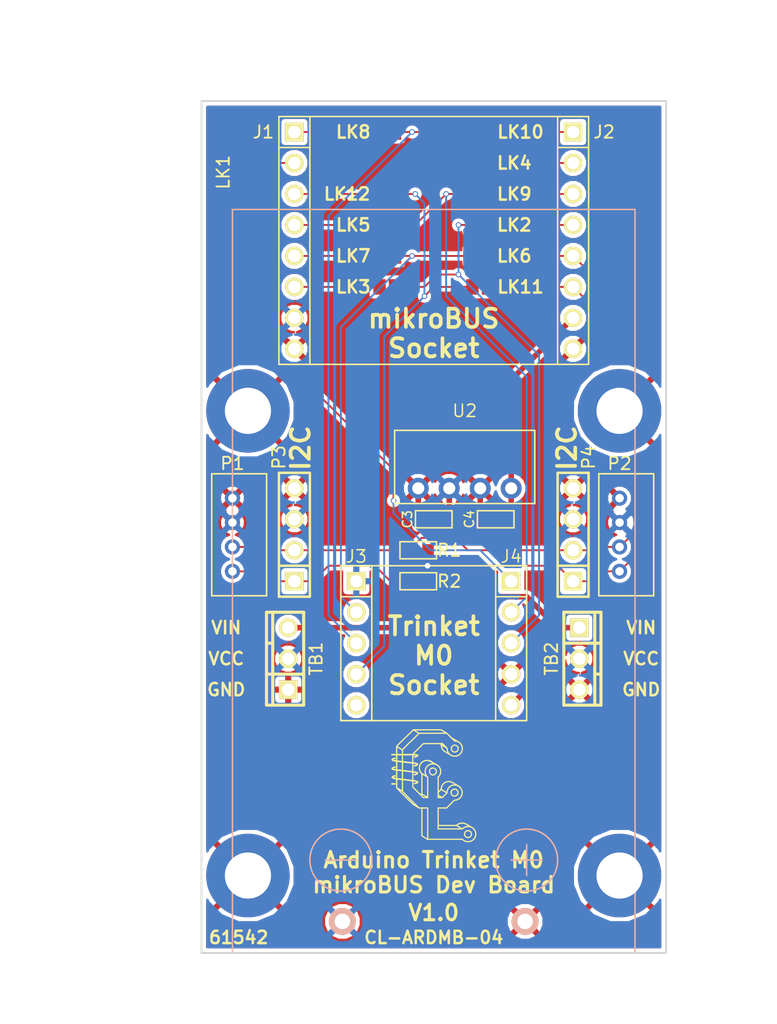
<source format=kicad_pcb>
(kicad_pcb (version 4) (host pcbnew 4.0.4-stable)
  (layers (0 F.Cu signal) (31 B.Cu signal) (34 B.Paste user) (35 F.Paste user) (36 B.SilkS user) (37 F.SilkS user) (38 B.Mask user) (39 F.Mask user) (44 Edge.Cuts user))
  (net 0 "")
  (net 1 GND)
  (net 2 MOSI)
  (net 3 SCK)
  (net 4 MISO)
  (net 5 mikroBUS_RST)
  (net 6 SDA)
  (net 7 5.0V)
  (net 8 SCL)
  (net 9 RXD)
  (net 10 D2)
  (net 11 D4)
  (net 12 TXD)
  (net 13 VIN)
  (net 14 3V3)
  (net 15 D3)
  (net 16 AN)
  (net 17 D0)
  (net 18 INT)
  (net 19 D1)
  (net 20 RST)
  (net 21 PWM)
  (net 22 CS)
  (module Battery:Keystone_2462_2AA (layer B.Cu) (at 80.01 71.12 270)
    (fp_text reference B2 hide)
    (fp_text value 2xAA)
    (pad 1 thru_hole circle (at 27.8892 7.493 270) (size 2.2225 2.2225) (drill 1.27) (layers *.Cu *.Mask B.SilkS) (net 14 3V3))
    (pad 2 thru_hole circle (at 27.8892 -7.493 270) (size 2.2225 2.2225) (drill 1.27) (layers *.Cu *.Mask B.SilkS) (net 1 GND))
  )
  (module Terminal_Block:TB_100MIL_1R3P_PTH (layer F.Cu) (at 91.948 77.47 270)
    (fp_text reference TB2 (at 0 2.286 450) (layer F.SilkS) (effects (font (size 1.016 1.016) (thickness 0.1524))))
    (fp_text value OSTVN_1x3 hide)
    (pad 1 thru_hole rect (at -2.54 0 270) (size 1.524 1.524) (drill 1.016) (layers *.Cu *.Mask F.SilkS) (net 13 VIN))
    (pad 2 thru_hole circle (at 0 0 270) (size 1.524 1.524) (drill 1.016) (layers *.Cu *.Mask F.SilkS) (net 14 3V3))
    (pad 3 thru_hole circle (at 2.54 0 270) (size 1.524 1.524) (drill 1.016) (layers *.Cu *.Mask F.SilkS) (net 1 GND))
  )
  (module Header:HEADER_M_2.54MM_1R4P_ST_AU_PTH (layer F.Cu) (at 91.44 67.31 90)
    (fp_text reference P4 (at 6.35 1.27 90) (layer F.SilkS) (effects (font (size 1.016 1.016) (thickness 0.1524))))
    (fp_text value HEADER_M_2.54MM_1R4P_ST_AU_PTH hide)
    (pad 4 thru_hole circle (at 3.81 0 90) (size 1.524 1.524) (drill 1.016) (layers *.Cu *.Mask F.SilkS) (net 1 GND))
    (pad 3 thru_hole circle (at 1.27 0 90) (size 1.524 1.524) (drill 1.016) (layers *.Cu *.Mask F.SilkS) (net 14 3V3))
    (pad 2 thru_hole circle (at -1.27 0 90) (size 1.524 1.524) (drill 1.016) (layers *.Cu *.Mask F.SilkS) (net 6 SDA))
    (pad 1 thru_hole rect (at -3.81 0 90) (size 1.524 1.524) (drill 1.016) (layers *.Cu *.Mask F.SilkS) (net 8 SCL))
  )
  (module Connector:PH_2.0_PTH (layer F.Cu) (at 95.25 67.31 90)
    (fp_text reference P2 (at 5.842 0 180) (layer F.SilkS) (effects (font (size 1.016 1.016) (thickness 0.1524))))
    (fp_text value HEADER_M_2.54MM_1R4P_ST_AU_PTH hide)
    (pad 3 thru_hole circle (at 1 0 90) (size 1.25 1.25) (drill 0.7) (layers *.Cu *.Mask) (net 14 3V3))
    (pad 2 thru_hole circle (at -1 0 90) (size 1.25 1.25) (drill 0.7) (layers *.Cu *.Mask) (net 6 SDA))
    (pad 1 thru_hole circle (at -3 0 90) (size 1.25 1.25) (drill 0.7) (layers *.Cu *.Mask) (net 8 SCL))
    (pad 4 thru_hole circle (at 3 0 90) (size 1.25 1.25) (drill 0.7) (layers *.Cu *.Mask) (net 1 GND))
  )
  (module Header:HEADER_F_2.54MM_1R8P_ST_AU_PTH (layer F.Cu) (at 91.44 43.18 270)
    (fp_text reference J2 (at -8.89 -2.54 360) (layer F.SilkS) (effects (font (size 1.016 1.016) (thickness 0.1524))))
    (fp_text value HEADER_F_2.54MM_1R8P_ST_AU_PTH hide)
    (pad 6 thru_hole circle (at 3.81 0 270) (size 1.524 1.524) (drill 1.016) (layers *.Cu *.Mask F.SilkS) (net 6 SDA))
    (pad 7 thru_hole circle (at 6.35 0 270) (size 1.524 1.524) (drill 1.016) (layers *.Cu *.Mask F.SilkS) (net 7 5.0V))
    (pad 8 thru_hole circle (at 8.89 0 270) (size 1.524 1.524) (drill 1.016) (layers *.Cu *.Mask F.SilkS) (net 1 GND))
    (pad 4 thru_hole circle (at -1.27 0 270) (size 1.524 1.524) (drill 1.016) (layers *.Cu *.Mask F.SilkS) (net 12 TXD))
    (pad 5 thru_hole circle (at 1.27 0 270) (size 1.524 1.524) (drill 1.016) (layers *.Cu *.Mask F.SilkS) (net 8 SCL))
    (pad 3 thru_hole circle (at -3.81 0 270) (size 1.524 1.524) (drill 1.016) (layers *.Cu *.Mask F.SilkS) (net 9 RXD))
    (pad 2 thru_hole circle (at -6.35 0 270) (size 1.524 1.524) (drill 1.016) (layers *.Cu *.Mask F.SilkS) (net 18 INT))
    (pad 1 thru_hole rect (at -8.89 0 270) (size 1.524 1.524) (drill 1.016) (layers *.Cu *.Mask F.SilkS) (net 21 PWM))
  )
  (module Header:HEADER_F_2.54MM_1R8P_ST_AU_PTH (layer F.Cu) (at 68.58 43.18 270)
    (fp_text reference J1 (at -8.89 2.54 360) (layer F.SilkS) (effects (font (size 1.016 1.016) (thickness 0.1524))))
    (fp_text value HEADER_F_2.54MM_1R8P_ST_AU_PTH hide)
    (pad 6 thru_hole circle (at 3.81 0 270) (size 1.524 1.524) (drill 1.016) (layers *.Cu *.Mask F.SilkS) (net 2 MOSI))
    (pad 7 thru_hole circle (at 6.35 0 270) (size 1.524 1.524) (drill 1.016) (layers *.Cu *.Mask F.SilkS) (net 14 3V3))
    (pad 8 thru_hole circle (at 8.89 0 270) (size 1.524 1.524) (drill 1.016) (layers *.Cu *.Mask F.SilkS) (net 1 GND))
    (pad 4 thru_hole circle (at -1.27 0 270) (size 1.524 1.524) (drill 1.016) (layers *.Cu *.Mask F.SilkS) (net 3 SCK))
    (pad 5 thru_hole circle (at 1.27 0 270) (size 1.524 1.524) (drill 1.016) (layers *.Cu *.Mask F.SilkS) (net 4 MISO))
    (pad 3 thru_hole circle (at -3.81 0 270) (size 1.524 1.524) (drill 1.016) (layers *.Cu *.Mask F.SilkS) (net 22 CS))
    (pad 2 thru_hole circle (at -6.35 0 270) (size 1.524 1.524) (drill 1.016) (layers *.Cu *.Mask F.SilkS) (net 5 mikroBUS_RST))
    (pad 1 thru_hole rect (at -8.89 0 270) (size 1.524 1.524) (drill 1.016) (layers *.Cu *.Mask F.SilkS) (net 16 AN))
  )
  (module Terminal_Block:TB_100MIL_1R3P_PTH (layer F.Cu) (at 68.072 77.47 90)
    (fp_text reference TB1 (at 0 2.286 270) (layer F.SilkS) (effects (font (size 1.016 1.016) (thickness 0.1524))))
    (fp_text value OSTVN_1x3 hide)
    (pad 1 thru_hole rect (at -2.54 0 90) (size 1.524 1.524) (drill 1.016) (layers *.Cu *.Mask F.SilkS) (net 1 GND))
    (pad 2 thru_hole circle (at 0 0 90) (size 1.524 1.524) (drill 1.016) (layers *.Cu *.Mask F.SilkS) (net 14 3V3))
    (pad 3 thru_hole circle (at 2.54 0 90) (size 1.524 1.524) (drill 1.016) (layers *.Cu *.Mask F.SilkS) (net 13 VIN))
  )
  (module Header:HEADER_M_2.54MM_1R4P_ST_AU_PTH (layer F.Cu) (at 68.58 67.31 90)
    (fp_text reference P3 (at 6.35 -1.27 90) (layer F.SilkS) (effects (font (size 1.016 1.016) (thickness 0.1524))))
    (fp_text value HEADER_M_2.54MM_1R4P_ST_AU_PTH hide)
    (pad 4 thru_hole circle (at 3.81 0 90) (size 1.524 1.524) (drill 1.016) (layers *.Cu *.Mask F.SilkS) (net 1 GND))
    (pad 3 thru_hole circle (at 1.27 0 90) (size 1.524 1.524) (drill 1.016) (layers *.Cu *.Mask F.SilkS) (net 14 3V3))
    (pad 2 thru_hole circle (at -1.27 0 90) (size 1.524 1.524) (drill 1.016) (layers *.Cu *.Mask F.SilkS) (net 6 SDA))
    (pad 1 thru_hole rect (at -3.81 0 90) (size 1.524 1.524) (drill 1.016) (layers *.Cu *.Mask F.SilkS) (net 8 SCL))
  )
  (module Connector:PH_2.0_PTH (layer F.Cu) (at 63.5 67.31 90)
    (fp_text reference P1 (at 5.842 0 180) (layer F.SilkS) (effects (font (size 1.016 1.016) (thickness 0.1524))))
    (fp_text value HEADER_M_2.54MM_1R4P_ST_AU_PTH hide)
    (pad 3 thru_hole circle (at 1 0 90) (size 1.25 1.25) (drill 0.7) (layers *.Cu *.Mask) (net 14 3V3))
    (pad 2 thru_hole circle (at -1 0 90) (size 1.25 1.25) (drill 0.7) (layers *.Cu *.Mask) (net 6 SDA))
    (pad 1 thru_hole circle (at -3 0 90) (size 1.25 1.25) (drill 0.7) (layers *.Cu *.Mask) (net 8 SCL))
    (pad 4 thru_hole circle (at 3 0 90) (size 1.25 1.25) (drill 0.7) (layers *.Cu *.Mask) (net 1 GND))
  )
  (module Passive:SOLDER_LINK_NO (layer F.Cu) (at 64.262 37.592 180)
    (fp_text reference LK1 (at 1.524 0 450) (layer F.SilkS) (effects (font (size 1.016 1.016) (thickness 0.1524))))
    (fp_text value N.O.)
    (pad 1 smd rect (at 0 -0.635 180) (size 1.27 1.016) (layers F.Cu F.Mask) (net 20 RST))
    (pad 2 smd rect (at 0 0.635 180) (size 1.27 1.016) (layers F.Cu F.Mask) (net 5 mikroBUS_RST))
  )
  (module Passive:R0603 (layer F.Cu) (at 78.74 68.58 180)
    (fp_text reference R1 (at -2.54 0 180) (layer F.SilkS) (effects (font (size 1.016 1.016) (thickness 0.1524))))
    (fp_text value 4.7k)
    (pad 1 smd rect (at -0.8 0 180) (size 0.95 1) (layers F.Cu F.Paste F.Mask) (net 14 3V3))
    (pad 2 smd rect (at 0.8 0 180) (size 0.95 1) (layers F.Cu F.Paste F.Mask) (net 6 SDA))
  )
  (module Passive:R0603 (layer F.Cu) (at 78.74 71.12 180)
    (fp_text reference R2 (at -2.54 0 180) (layer F.SilkS) (effects (font (size 1.016 1.016) (thickness 0.1524))))
    (fp_text value 4.7k)
    (pad 1 smd rect (at -0.8 0 180) (size 0.95 1) (layers F.Cu F.Paste F.Mask) (net 14 3V3))
    (pad 2 smd rect (at 0.8 0 180) (size 0.95 1) (layers F.Cu F.Paste F.Mask) (net 8 SCL))
  )
  (module Logo:Casco_Logix_Logo_7x7MM (layer F.Cu) (at 80.01 87.884)
    (fp_text reference G1 hide)
    (fp_text value Casco_Logix_Logo hide)
  )
  (module FIDUCIAL:FIDUCIAL (layer F.Cu) (at 96.52 88.9)
    (fp_text reference M1 hide)
    (fp_text value FID hide)
    (pad ~ smd circle (at 0 0 270) (size 1.27 1.27) (layers F.Cu F.Mask) (clearance 0.635))
  )
  (module FIDUCIAL:FIDUCIAL (layer F.Cu) (at 96.52 44.45)
    (fp_text reference M2 hide)
    (fp_text value FID hide)
    (pad ~ smd circle (at 0 0 270) (size 1.27 1.27) (layers F.Cu F.Mask) (clearance 0.635))
  )
  (module FIDUCIAL:FIDUCIAL (layer F.Cu) (at 63.5 44.45)
    (fp_text reference M3 hide)
    (fp_text value FID hide)
    (pad ~ smd circle (at 0 0 270) (size 1.27 1.27) (layers F.Cu F.Mask) (clearance 0.635))
  )
  (module Fastener:MH_#6 (layer F.Cu) (at 64.77 57.15)
    (fp_text reference MH1 hide)
    (fp_text value MTG_HOLE)
    (pad ~ thru_hole circle (at 0 0) (size 6.858 6.858) (drill 3.7846) (layers *.Cu *.Mask) (net 1 GND))
  )
  (module Fastener:MH_#6 (layer F.Cu) (at 95.25 57.15)
    (fp_text reference MH2 hide)
    (fp_text value MTG_HOLE)
    (pad ~ thru_hole circle (at 0 0) (size 6.858 6.858) (drill 3.7846) (layers *.Cu *.Mask) (net 1 GND))
  )
  (module Fastener:MH_#6 (layer F.Cu) (at 64.77 95.25)
    (fp_text reference MH3 hide)
    (fp_text value MTG_HOLE)
    (pad ~ thru_hole circle (at 0 0) (size 6.858 6.858) (drill 3.7846) (layers *.Cu *.Mask) (net 1 GND))
  )
  (module Fastener:MH_#6 (layer F.Cu) (at 95.25 95.25)
    (fp_text reference MH4 hide)
    (fp_text value MTG_HOLE)
    (pad ~ thru_hole circle (at 0 0) (size 6.858 6.858) (drill 3.7846) (layers *.Cu *.Mask) (net 1 GND))
  )
  (module Passive:0603 (layer F.Cu) (at 85.09 66.04 180)
    (fp_text reference C4 (at 2.159 0 450) (layer F.SilkS) (effects (font (size 0.762 0.762) (thickness 0.127))))
    (fp_text value 1uF)
    (pad 1 smd rect (at -0.8 0 180) (size 0.95 1) (layers F.Cu F.Paste F.Mask) (net 7 5.0V))
    (pad 2 smd rect (at 0.8 0 180) (size 0.95 1) (layers F.Cu F.Paste F.Mask) (net 1 GND))
  )
  (module Power_Supply:Recom_ROE-3.305S (layer F.Cu) (at 82.55 63.5)
    (fp_text reference U2 (at 0 -6.35) (layer F.SilkS) (effects (font (size 1.016 1.016) (thickness 0.127))))
    (fp_text value Recom_DC_DC_Conv)
    (pad 1 thru_hole circle (at -3.81 0) (size 1.7272 1.7272) (drill 0.9906) (layers *.Cu *.Mask) (net 1 GND))
    (pad 2 thru_hole circle (at -1.27 0) (size 1.7272 1.7272) (drill 0.9906) (layers *.Cu *.Mask) (net 14 3V3))
    (pad 3 thru_hole circle (at 1.27 0) (size 1.7272 1.7272) (drill 0.9906) (layers *.Cu *.Mask) (net 1 GND))
    (pad 4 thru_hole circle (at 3.81 0) (size 1.7272 1.7272) (drill 0.9906) (layers *.Cu *.Mask) (net 7 5.0V))
  )
  (module Header:HEADER_F_2.54MM_1R5P_ST_AU_PTH (layer F.Cu) (at 73.66 76.2 270)
    (fp_text reference J3 (at -7.112 0 360) (layer F.SilkS) (effects (font (size 1.016 1.016) (thickness 0.127))))
    (fp_text value HEADER_F_2.54MM_1R5P_ST_AU_PTH)
    (pad 5 thru_hole circle (at 5.08 0 270) (size 1.524 1.524) (drill 1.016) (layers *.Cu *.Mask F.SilkS))
    (pad 4 thru_hole circle (at 2.54 0 270) (size 1.524 1.524) (drill 1.016) (layers *.Cu *.Mask F.SilkS) (net 17 D0))
    (pad 3 thru_hole circle (at 0 0 270) (size 1.524 1.524) (drill 1.016) (layers *.Cu *.Mask F.SilkS) (net 19 D1))
    (pad 2 thru_hole circle (at -2.54 0 270) (size 1.524 1.524) (drill 1.016) (layers *.Cu *.Mask F.SilkS) (net 10 D2))
    (pad 1 thru_hole rect (at -5.08 0 270) (size 1.524 1.524) (drill 1.016) (layers *.Cu *.Mask F.SilkS) (net 14 3V3))
  )
  (module Header:HEADER_F_2.54MM_1R5P_ST_AU_PTH (layer F.Cu) (at 86.36 76.2 270)
    (fp_text reference J4 (at -7.112 0 360) (layer F.SilkS) (effects (font (size 1.016 1.016) (thickness 0.127))))
    (fp_text value HEADER_F_2.54MM_1R5P_ST_AU_PTH)
    (pad 5 thru_hole circle (at 5.08 0 270) (size 1.524 1.524) (drill 1.016) (layers *.Cu *.Mask F.SilkS) (net 13 VIN))
    (pad 4 thru_hole circle (at 2.54 0 270) (size 1.524 1.524) (drill 1.016) (layers *.Cu *.Mask F.SilkS) (net 1 GND))
    (pad 3 thru_hole circle (at 0 0 270) (size 1.524 1.524) (drill 1.016) (layers *.Cu *.Mask F.SilkS) (net 11 D4))
    (pad 2 thru_hole circle (at -2.54 0 270) (size 1.524 1.524) (drill 1.016) (layers *.Cu *.Mask F.SilkS) (net 15 D3))
    (pad 1 thru_hole rect (at -5.08 0 270) (size 1.524 1.524) (drill 1.016) (layers *.Cu *.Mask F.SilkS) (net 20 RST))
  )
  (module Passive:SOLDER_LINK_NO (layer F.Cu) (at 83.82 41.91 270)
    (fp_text reference LK2 (at 0 -2.794 360) (layer F.SilkS) (effects (font (size 1.016 1.016) (thickness 0.2032))))
    (fp_text value TXD)
    (pad 1 smd rect (at 0 -0.635 270) (size 1.27 1.016) (layers F.Cu F.Mask) (net 12 TXD))
    (pad 2 smd rect (at 0 0.635 270) (size 1.27 1.016) (layers F.Cu F.Mask) (net 11 D4))
  )
  (module Passive:SOLDER_LINK_NO (layer F.Cu) (at 76.2 46.99 90)
    (fp_text reference LK3 (at 0 -2.794 180) (layer F.SilkS) (effects (font (size 1.016 1.016) (thickness 0.2032))))
    (fp_text value MOSI)
    (pad 1 smd rect (at 0 -0.635 90) (size 1.27 1.016) (layers F.Cu F.Mask) (net 2 MOSI))
    (pad 2 smd rect (at 0 0.635 90) (size 1.27 1.016) (layers F.Cu F.Mask) (net 11 D4))
  )
  (module Passive:SOLDER_LINK_NO (layer F.Cu) (at 83.82 39.37 270)
    (fp_text reference LK4 (at -2.54 -2.794 360) (layer F.SilkS) (effects (font (size 1.016 1.016) (thickness 0.2032))))
    (fp_text value RXD)
    (pad 1 smd rect (at 0 -0.635 270) (size 1.27 1.016) (layers F.Cu F.Mask) (net 9 RXD))
    (pad 2 smd rect (at 0 0.635 270) (size 1.27 1.016) (layers F.Cu F.Mask) (net 15 D3))
  )
  (module Passive:SOLDER_LINK_NO (layer F.Cu) (at 76.2 41.91 90)
    (fp_text reference LK5 (at 0 -2.794 180) (layer F.SilkS) (effects (font (size 1.016 1.016) (thickness 0.2032))))
    (fp_text value SCK)
    (pad 1 smd rect (at 0 -0.635 90) (size 1.27 1.016) (layers F.Cu F.Mask) (net 3 SCK))
    (pad 2 smd rect (at 0 0.635 90) (size 1.27 1.016) (layers F.Cu F.Mask) (net 15 D3))
  )
  (module Passive:SOLDER_LINK_NO (layer F.Cu) (at 83.82 44.45 270)
    (fp_text reference LK6 (at 0 -2.794 360) (layer F.SilkS) (effects (font (size 1.016 1.016) (thickness 0.2032))))
    (fp_text value SCL)
    (pad 1 smd rect (at 0 -0.635 270) (size 1.27 1.016) (layers F.Cu F.Mask) (net 8 SCL))
    (pad 2 smd rect (at 0 0.635 270) (size 1.27 1.016) (layers F.Cu F.Mask) (net 10 D2))
  )
  (module Passive:SOLDER_LINK_NO (layer F.Cu) (at 76.2 44.45 90)
    (fp_text reference LK7 (at 0 -2.794 180) (layer F.SilkS) (effects (font (size 1.016 1.016) (thickness 0.2032))))
    (fp_text value MISO)
    (pad 1 smd rect (at 0 -0.635 90) (size 1.27 1.016) (layers F.Cu F.Mask) (net 4 MISO))
    (pad 2 smd rect (at 0 0.635 90) (size 1.27 1.016) (layers F.Cu F.Mask) (net 10 D2))
  )
  (module Passive:SOLDER_LINK_NO (layer F.Cu) (at 76.2 34.29 90)
    (fp_text reference LK8 (at 0 -2.794 180) (layer F.SilkS) (effects (font (size 1.016 1.016) (thickness 0.2032))))
    (fp_text value AN)
    (pad 1 smd rect (at 0 -0.635 90) (size 1.27 1.016) (layers F.Cu F.Mask) (net 16 AN))
    (pad 2 smd rect (at 0 0.635 90) (size 1.27 1.016) (layers F.Cu F.Mask) (net 19 D1))
  )
  (module Passive:SOLDER_LINK_NO (layer F.Cu) (at 83.82 36.83 270)
    (fp_text reference LK9 (at 2.54 -2.794 360) (layer F.SilkS) (effects (font (size 1.016 1.016) (thickness 0.2032))))
    (fp_text value INT)
    (pad 1 smd rect (at 0 -0.635 270) (size 1.27 1.016) (layers F.Cu F.Mask) (net 18 INT))
    (pad 2 smd rect (at 0 0.635 270) (size 1.27 1.016) (layers F.Cu F.Mask) (net 19 D1))
  )
  (module Passive:SOLDER_LINK_NO (layer F.Cu) (at 83.82 34.29 270)
    (fp_text reference LK10 (at 0 -3.302 360) (layer F.SilkS) (effects (font (size 1.016 1.016) (thickness 0.2032))))
    (fp_text value PWM)
    (pad 1 smd rect (at 0 -0.635 270) (size 1.27 1.016) (layers F.Cu F.Mask) (net 21 PWM))
    (pad 2 smd rect (at 0 0.635 270) (size 1.27 1.016) (layers F.Cu F.Mask) (net 19 D1))
  )
  (module Passive:0603 (layer F.Cu) (at 80.01 66.04 180)
    (fp_text reference C3 (at 2.159 0 450) (layer F.SilkS) (effects (font (size 0.762 0.762) (thickness 0.127))))
    (fp_text value 1uF)
    (pad 1 smd rect (at -0.8 0 180) (size 0.95 1) (layers F.Cu F.Paste F.Mask) (net 14 3V3))
    (pad 2 smd rect (at 0.8 0 180) (size 0.95 1) (layers F.Cu F.Paste F.Mask) (net 1 GND))
  )
  (module Passive:SOLDER_LINK_NO (layer F.Cu) (at 83.82 46.99 270)
    (fp_text reference LK11 (at 0 -3.302 360) (layer F.SilkS) (effects (font (size 1.016 1.016) (thickness 0.2032))))
    (fp_text value SCL)
    (pad 1 smd rect (at 0 -0.635 270) (size 1.27 1.016) (layers F.Cu F.Mask) (net 6 SDA))
    (pad 2 smd rect (at 0 0.635 270) (size 1.27 1.016) (layers F.Cu F.Mask) (net 17 D0))
  )
  (module Passive:SOLDER_LINK_NO (layer F.Cu) (at 76.2 39.37 90)
    (fp_text reference LK12 (at 0 -3.302 180) (layer F.SilkS) (effects (font (size 1.016 1.016) (thickness 0.2032))))
    (fp_text value MISO)
    (pad 1 smd rect (at 0 -0.635 90) (size 1.27 1.016) (layers F.Cu F.Mask) (net 22 CS))
    (pad 2 smd rect (at 0 0.635 90) (size 1.27 1.016) (layers F.Cu F.Mask) (net 17 D0))
  )
  (gr_line (start 72.39 82.55) (end 87.63 82.55) (angle 90) (layer F.SilkS) (width 0.127))
  (gr_text CL-ARDMB-04 (at 80.01 100.33) (layer F.SilkS) (effects (font (size 1.016 1.016) (thickness 0.2032))))
  (gr_text "Arduino Trinket M0\nmikroBUS Dev Board" (at 80.01 94.996) (layer F.SilkS) (effects (font (size 1.27 1.27) (thickness 0.254))))
  (gr_line (start 67.31 53.34) (end 92.71 53.34) (angle 90) (layer F.SilkS) (width 0.127))
  (gr_line (start 72.39 69.85) (end 87.63 69.85) (angle 90) (layer F.SilkS) (width 0.127))
  (gr_text 61542 (at 64.008 100.33) (layer F.SilkS) (effects (font (size 1.016 1.016) (thickness 0.2032))))
  (gr_text V1.0 (at 80.01 98.298) (layer F.SilkS) (effects (font (size 1.27 1.27) (thickness 0.254))))
  (gr_text VIN (at 97.028 74.93) (layer F.SilkS) (effects (font (size 1.016 1.016) (thickness 0.2032))))
  (gr_text VCC (at 97.028 77.47) (layer F.SilkS) (effects (font (size 1.016 1.016) (thickness 0.2032))))
  (gr_text GND (at 97.028 80.01) (layer F.SilkS) (effects (font (size 1.016 1.016) (thickness 0.2032))))
  (gr_text GND (at 62.992 80.01) (layer F.SilkS) (effects (font (size 1.016 1.016) (thickness 0.2032))))
  (gr_text VCC (at 62.992 77.47) (layer F.SilkS) (effects (font (size 1.016 1.016) (thickness 0.2032))))
  (gr_text VIN (at 62.992 74.93) (layer F.SilkS) (effects (font (size 1.016 1.016) (thickness 0.2032))))
  (gr_line (start 67.31 33.02) (end 92.71 33.02) (angle 90) (layer F.SilkS) (width 0.127))
  (gr_line (start 60.96 101.6) (end 99.06 101.6) (angle 90) (layer Edge.Cuts) (width 0.15))
  (gr_text I2C (at 69.088 60.198 90) (layer F.SilkS) (effects (font (size 1.5 1.5) (thickness 0.3))))
  (gr_text I2C (at 90.932 60.198 90) (layer F.SilkS) (effects (font (size 1.5 1.5) (thickness 0.3))))
  (gr_line (start 99.06 31.75) (end 99.06 101.6) (angle 90) (layer Edge.Cuts) (width 0.15))
  (gr_line (start 60.96 31.75) (end 99.06 31.75) (angle 90) (layer Edge.Cuts) (width 0.15))
  (gr_line (start 60.96 31.75) (end 60.96 101.6) (angle 90) (layer Edge.Cuts) (width 0.15))
  (gr_text "Trinket\nM0\nSocket" (at 80.01 77.216) (layer F.SilkS) (effects (font (size 1.5 1.5) (thickness 0.3))))
  (gr_text "mikroBUS\nSocket" (at 80.01 50.8) (layer F.SilkS) (effects (font (size 1.5 1.5) (thickness 0.3))))
  (segment (start 83.82 63.5) (end 83.82 65.57) (width 0.4572) (layer F.Cu) (net 1))
  (segment (start 83.82 65.57) (end 84.29 66.04) (width 0.4572) (layer F.Cu) (net 1))
  (segment (start 78.74 63.5) (end 78.74 65.57) (width 0.4572) (layer F.Cu) (net 1))
  (segment (start 78.74 65.57) (end 79.21 66.04) (width 0.4572) (layer F.Cu) (net 1))
  (segment (start 68.58 46.99) (end 75.565 46.99) (width 0.1524) (layer F.Cu) (net 2))
  (segment (start 68.58 41.91) (end 75.565 41.91) (width 0.1524) (layer F.Cu) (net 3))
  (segment (start 75.565 44.45) (end 68.58 44.45) (width 0.1524) (layer F.Cu) (net 4))
  (segment (start 68.58 36.83) (end 64.389 36.83) (width 0.1524) (layer F.Cu) (net 5))
  (segment (start 64.389 36.83) (end 64.262 36.957) (width 0.1524) (layer F.Cu) (net 5))
  (segment (start 84.455 46.99) (end 91.44 46.99) (width 0.1524) (layer F.Cu) (net 6))
  (segment (start 74.93 68.58) (end 75.692 68.58) (width 0.1524) (layer F.Cu) (net 6))
  (segment (start 90.17 55.118) (end 93.218 52.07) (width 0.1524) (layer F.Cu) (net 6))
  (segment (start 96.52 67.056) (end 96.52 63.754) (width 0.1524) (layer F.Cu) (net 6))
  (segment (start 96.52 63.754) (end 95.25 62.484) (width 0.1524) (layer F.Cu) (net 6))
  (segment (start 95.25 62.484) (end 93.218 62.484) (width 0.1524) (layer F.Cu) (net 6))
  (segment (start 93.218 62.484) (end 90.17 59.436) (width 0.1524) (layer F.Cu) (net 6))
  (segment (start 90.17 59.436) (end 90.17 55.118) (width 0.1524) (layer F.Cu) (net 6))
  (segment (start 95.266 68.31) (end 96.52 67.056) (width 0.1524) (layer F.Cu) (net 6))
  (segment (start 95.25 68.31) (end 95.266 68.31) (width 0.1524) (layer F.Cu) (net 6))
  (segment (start 91.44 68.58) (end 93.472 68.58) (width 0.1524) (layer F.Cu) (net 6))
  (segment (start 93.742 68.31) (end 95.25 68.31) (width 0.1524) (layer F.Cu) (net 6))
  (segment (start 93.472 68.58) (end 93.742 68.31) (width 0.1524) (layer F.Cu) (net 6))
  (segment (start 77.94 68.58) (end 77.978 68.58) (width 0.1524) (layer F.Cu) (net 6))
  (segment (start 77.978 68.58) (end 78.994 67.564) (width 0.1524) (layer F.Cu) (net 6))
  (segment (start 82.804 68.58) (end 91.44 68.58) (width 0.1524) (layer F.Cu) (net 6))
  (segment (start 81.788 67.564) (end 82.804 68.58) (width 0.1524) (layer F.Cu) (net 6))
  (segment (start 78.994 67.564) (end 81.788 67.564) (width 0.1524) (layer F.Cu) (net 6))
  (segment (start 75.692 68.58) (end 77.94 68.58) (width 0.1524) (layer F.Cu) (net 6))
  (segment (start 68.58 68.58) (end 74.93 68.58) (width 0.1524) (layer F.Cu) (net 6))
  (segment (start 63.5 68.31) (end 65.77 68.31) (width 0.1524) (layer F.Cu) (net 6))
  (segment (start 66.04 68.58) (end 68.58 68.58) (width 0.1524) (layer F.Cu) (net 6))
  (segment (start 65.77 68.31) (end 66.04 68.58) (width 0.1524) (layer F.Cu) (net 6))
  (segment (start 93.218 48.768) (end 91.44 46.99) (width 0.1524) (layer F.Cu) (net 6))
  (segment (start 93.218 52.07) (end 93.218 48.768) (width 0.1524) (layer F.Cu) (net 6))
  (segment (start 86.36 63.5) (end 86.36 65.57) (width 0.4572) (layer F.Cu) (net 7))
  (segment (start 86.36 65.57) (end 85.89 66.04) (width 0.4572) (layer F.Cu) (net 7))
  (segment (start 86.36 63.5) (end 86.36 54.61) (width 0.4572) (layer F.Cu) (net 7))
  (segment (start 86.36 54.61) (end 91.44 49.53) (width 0.4572) (layer F.Cu) (net 7))
  (segment (start 84.455 44.45) (end 91.44 44.45) (width 0.1524) (layer F.Cu) (net 8))
  (segment (start 82.804 71.12) (end 84.074 69.85) (width 0.1524) (layer F.Cu) (net 8))
  (segment (start 82.804 71.12) (end 81.788 72.136) (width 0.1524) (layer F.Cu) (net 8))
  (segment (start 81.788 72.136) (end 78.956 72.136) (width 0.1524) (layer F.Cu) (net 8))
  (segment (start 77.94 71.12) (end 78.956 72.136) (width 0.1524) (layer F.Cu) (net 8))
  (segment (start 90.17 69.85) (end 91.44 71.12) (width 0.1524) (layer F.Cu) (net 8))
  (segment (start 84.074 69.85) (end 90.17 69.85) (width 0.1524) (layer F.Cu) (net 8))
  (segment (start 68.58 71.12) (end 70.104 71.12) (width 0.1524) (layer F.Cu) (net 8))
  (segment (start 75.184 69.85) (end 76.454 71.12) (width 0.1524) (layer F.Cu) (net 8))
  (segment (start 71.374 69.85) (end 75.184 69.85) (width 0.1524) (layer F.Cu) (net 8))
  (segment (start 70.104 71.12) (end 71.374 69.85) (width 0.1524) (layer F.Cu) (net 8))
  (segment (start 91.44 44.45) (end 93.98 46.99) (width 0.1524) (layer F.Cu) (net 8))
  (segment (start 97.282 68.278) (end 95.25 70.31) (width 0.1524) (layer F.Cu) (net 8))
  (segment (start 97.282 63.5) (end 97.282 68.278) (width 0.1524) (layer F.Cu) (net 8))
  (segment (start 95.504 61.722) (end 97.282 63.5) (width 0.1524) (layer F.Cu) (net 8))
  (segment (start 93.472 61.722) (end 95.504 61.722) (width 0.1524) (layer F.Cu) (net 8))
  (segment (start 90.932 59.182) (end 93.472 61.722) (width 0.1524) (layer F.Cu) (net 8))
  (segment (start 90.932 55.372) (end 90.932 59.182) (width 0.1524) (layer F.Cu) (net 8))
  (segment (start 93.98 52.324) (end 90.932 55.372) (width 0.1524) (layer F.Cu) (net 8))
  (segment (start 93.98 46.99) (end 93.98 52.324) (width 0.1524) (layer F.Cu) (net 8))
  (segment (start 95.25 70.31) (end 94.028 70.31) (width 0.1524) (layer F.Cu) (net 8))
  (segment (start 94.028 70.31) (end 93.218 71.12) (width 0.1524) (layer F.Cu) (net 8))
  (segment (start 93.218 71.12) (end 91.44 71.12) (width 0.1524) (layer F.Cu) (net 8))
  (segment (start 76.454 71.12) (end 77.94 71.12) (width 0.1524) (layer F.Cu) (net 8))
  (segment (start 63.5 70.31) (end 65.484 70.31) (width 0.1524) (layer F.Cu) (net 8))
  (segment (start 66.294 71.12) (end 68.58 71.12) (width 0.1524) (layer F.Cu) (net 8))
  (segment (start 65.484 70.31) (end 66.294 71.12) (width 0.1524) (layer F.Cu) (net 8))
  (segment (start 84.455 39.37) (end 91.44 39.37) (width 0.1524) (layer F.Cu) (net 9))
  (segment (start 73.66 73.66) (end 72.39 72.39) (width 0.1524) (layer B.Cu) (net 10))
  (via (at 78.232 44.45) (size 0.4572) (drill 0.3048) (layers F.Cu B.Cu) (net 10))
  (segment (start 72.39 50.292) (end 78.232 44.45) (width 0.1524) (layer B.Cu) (net 10))
  (segment (start 72.39 72.39) (end 72.39 50.292) (width 0.1524) (layer B.Cu) (net 10))
  (segment (start 76.835 44.45) (end 78.232 44.45) (width 0.1524) (layer F.Cu) (net 10))
  (segment (start 78.232 44.45) (end 83.185 44.45) (width 0.1524) (layer F.Cu) (net 10))
  (segment (start 82.042 45.974) (end 88.646 52.578) (width 0.1524) (layer B.Cu) (net 11))
  (segment (start 88.646 73.914) (end 86.36 76.2) (width 0.1524) (layer B.Cu) (net 11))
  (segment (start 88.646 52.578) (end 88.646 73.914) (width 0.1524) (layer B.Cu) (net 11))
  (segment (start 79.248 46.99) (end 80.264 45.974) (width 0.1524) (layer F.Cu) (net 11))
  (via (at 82.042 45.974) (size 0.4572) (drill 0.3048) (layers F.Cu B.Cu) (net 11))
  (segment (start 82.042 45.974) (end 82.042 41.91) (width 0.1524) (layer B.Cu) (net 11))
  (via (at 82.042 41.91) (size 0.4572) (drill 0.3048) (layers F.Cu B.Cu) (net 11))
  (segment (start 83.185 41.91) (end 82.042 41.91) (width 0.1524) (layer F.Cu) (net 11))
  (segment (start 79.248 46.99) (end 76.835 46.99) (width 0.1524) (layer F.Cu) (net 11))
  (segment (start 80.264 45.974) (end 82.042 45.974) (width 0.1524) (layer F.Cu) (net 11))
  (segment (start 84.455 41.91) (end 91.44 41.91) (width 0.1524) (layer F.Cu) (net 12))
  (segment (start 86.36 81.28) (end 90.17 77.47) (width 0.4572) (layer F.Cu) (net 13))
  (segment (start 90.17 77.47) (end 90.17 74.93) (width 0.4572) (layer F.Cu) (net 13))
  (segment (start 68.072 74.93) (end 82.042 74.93) (width 0.4572) (layer F.Cu) (net 13))
  (segment (start 87.63 72.39) (end 90.17 74.93) (width 0.4572) (layer F.Cu) (net 13))
  (segment (start 84.582 72.39) (end 87.63 72.39) (width 0.4572) (layer F.Cu) (net 13))
  (segment (start 82.042 74.93) (end 84.582 72.39) (width 0.4572) (layer F.Cu) (net 13))
  (segment (start 90.17 74.93) (end 91.948 74.93) (width 0.4572) (layer F.Cu) (net 13))
  (segment (start 81.28 63.5) (end 81.28 65.57) (width 0.4572) (layer F.Cu) (net 14))
  (segment (start 81.28 65.57) (end 80.81 66.04) (width 0.4572) (layer F.Cu) (net 14))
  (segment (start 79.54 71.12) (end 79.54 69.888) (width 0.4572) (layer F.Cu) (net 14))
  (segment (start 79.54 69.812) (end 79.502 69.85) (width 0.4572) (layer F.Cu) (net 14))
  (via (at 79.502 69.85) (size 0.762) (drill 0.4572) (layers F.Cu B.Cu) (net 14))
  (segment (start 79.54 69.812) (end 79.54 68.58) (width 0.4572) (layer F.Cu) (net 14))
  (segment (start 79.54 69.888) (end 79.502 69.85) (width 0.4572) (layer F.Cu) (net 14))
  (segment (start 81.026 39.37) (end 81.026 47.752) (width 0.1524) (layer B.Cu) (net 15))
  (via (at 81.026 39.37) (size 0.4572) (drill 0.3048) (layers F.Cu B.Cu) (net 15))
  (segment (start 81.026 47.752) (end 87.63 54.356) (width 0.1524) (layer B.Cu) (net 15))
  (segment (start 86.36 73.66) (end 87.63 72.39) (width 0.1524) (layer B.Cu) (net 15))
  (segment (start 87.63 72.39) (end 87.63 54.356) (width 0.1524) (layer B.Cu) (net 15))
  (segment (start 76.835 41.91) (end 78.486 41.91) (width 0.1524) (layer F.Cu) (net 15))
  (segment (start 81.026 39.37) (end 83.185 39.37) (width 0.1524) (layer F.Cu) (net 15))
  (segment (start 78.486 41.91) (end 81.026 39.37) (width 0.1524) (layer F.Cu) (net 15))
  (segment (start 68.58 34.29) (end 75.565 34.29) (width 0.1524) (layer F.Cu) (net 16))
  (segment (start 79.248 47.752) (end 80.01 46.99) (width 0.1524) (layer F.Cu) (net 17))
  (via (at 79.248 47.752) (size 0.4572) (drill 0.3048) (layers F.Cu B.Cu) (net 17))
  (segment (start 80.01 46.99) (end 83.185 46.99) (width 0.1524) (layer F.Cu) (net 17))
  (segment (start 73.66 78.74) (end 75.946 76.454) (width 0.1524) (layer B.Cu) (net 17))
  (segment (start 75.946 51.054) (end 79.248 47.752) (width 0.1524) (layer B.Cu) (net 17))
  (segment (start 75.946 76.454) (end 75.946 51.054) (width 0.1524) (layer B.Cu) (net 17))
  (segment (start 76.835 39.37) (end 78.486 39.37) (width 0.1524) (layer F.Cu) (net 17))
  (segment (start 79.248 40.132) (end 79.248 47.752) (width 0.1524) (layer B.Cu) (net 17))
  (segment (start 78.486 39.37) (end 79.248 40.132) (width 0.1524) (layer B.Cu) (net 17))
  (via (at 78.486 39.37) (size 0.4572) (drill 0.3048) (layers F.Cu B.Cu) (net 17))
  (segment (start 84.455 36.83) (end 91.44 36.83) (width 0.1524) (layer F.Cu) (net 18))
  (segment (start 73.66 76.2) (end 71.374 73.914) (width 0.1524) (layer B.Cu) (net 19))
  (via (at 78.232 34.29) (size 0.4572) (drill 0.3048) (layers F.Cu B.Cu) (net 19))
  (segment (start 71.374 41.148) (end 78.232 34.29) (width 0.1524) (layer B.Cu) (net 19))
  (segment (start 71.374 73.914) (end 71.374 41.148) (width 0.1524) (layer B.Cu) (net 19))
  (segment (start 83.185 34.29) (end 83.185 36.83) (width 0.1524) (layer F.Cu) (net 19))
  (segment (start 76.835 34.29) (end 78.232 34.29) (width 0.1524) (layer F.Cu) (net 19))
  (segment (start 78.232 34.29) (end 83.185 34.29) (width 0.1524) (layer F.Cu) (net 19))
  (segment (start 76.708 64.516) (end 76.708 65.532) (width 0.1524) (layer B.Cu) (net 20))
  (segment (start 64.262 38.227) (end 64.262 40.894) (width 0.1524) (layer F.Cu) (net 20))
  (segment (start 64.262 40.894) (end 66.04 42.672) (width 0.1524) (layer F.Cu) (net 20))
  (segment (start 66.04 42.672) (end 66.04 51.308) (width 0.1524) (layer F.Cu) (net 20))
  (segment (start 66.04 51.308) (end 76.708 61.976) (width 0.1524) (layer F.Cu) (net 20))
  (segment (start 76.708 61.976) (end 76.708 64.516) (width 0.1524) (layer F.Cu) (net 20))
  (via (at 76.708 64.516) (size 0.4572) (drill 0.3048) (layers F.Cu B.Cu) (net 20))
  (segment (start 83.82 68.58) (end 86.36 71.12) (width 0.1524) (layer B.Cu) (net 20))
  (segment (start 79.756 68.58) (end 83.82 68.58) (width 0.1524) (layer B.Cu) (net 20))
  (segment (start 76.708 65.532) (end 79.756 68.58) (width 0.1524) (layer B.Cu) (net 20))
  (segment (start 84.455 34.29) (end 91.44 34.29) (width 0.1524) (layer F.Cu) (net 21))
  (segment (start 75.565 39.37) (end 68.58 39.37) (width 0.1524) (layer F.Cu) (net 22))
  (zone (net 14) (net_name 3V3) (layer B.Cu) (connect_pads (clearance 0.3048)) (min_thickness 0.2032) (fill yes (arc_segments 16) (thermal_gap 0.508) (thermal_bridge_width 0.508))
    (polygon (pts (xy 99.06 101.6) (xy 60.96 101.6) (xy 60.96 31.75) (xy 99.06 31.75)))
  )
  (zone (net 1) (net_name GND) (layer F.Cu) (connect_pads (clearance 0.3048)) (min_thickness 0.2032) (fill yes (arc_segments 16) (thermal_gap 0.508) (thermal_bridge_width 0.508))
    (polygon (pts (xy 99.06 101.6) (xy 60.96 101.6) (xy 60.96 31.75) (xy 99.06 31.75)))
  )
)
</source>
